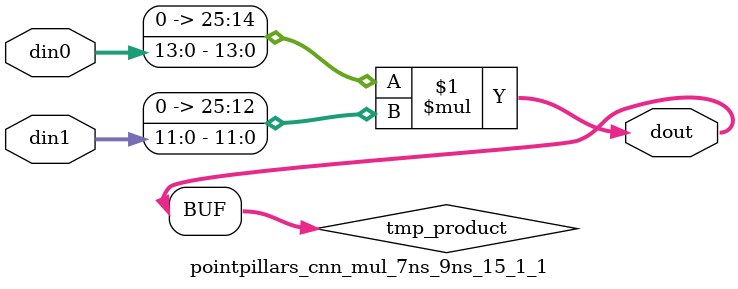
<source format=v>

`timescale 1 ns / 1 ps

 (* DowngradeIPIdentifiedWarnings="yes" *) module pointpillars_cnn_mul_7ns_9ns_15_1_1(din0, din1, dout);
parameter ID = 1;
parameter NUM_STAGE = 0;
parameter din0_WIDTH = 14;
parameter din1_WIDTH = 12;
parameter dout_WIDTH = 26;

input [din0_WIDTH - 1 : 0] din0; 
input [din1_WIDTH - 1 : 0] din1; 
output [dout_WIDTH - 1 : 0] dout;

wire signed [dout_WIDTH - 1 : 0] tmp_product;
























assign tmp_product = $signed({1'b0, din0}) * $signed({1'b0, din1});











assign dout = tmp_product;





















endmodule

</source>
